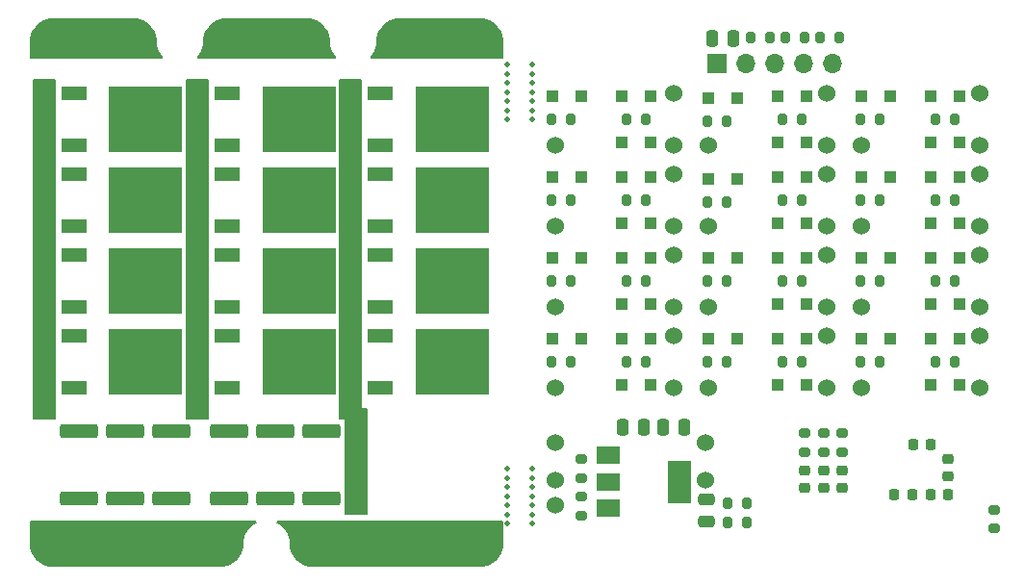
<source format=gbr>
%TF.GenerationSoftware,KiCad,Pcbnew,6.0.9-1.fc36*%
%TF.CreationDate,2022-11-17T16:55:00+00:00*%
%TF.ProjectId,esc,6573632e-6b69-4636-9164-5f7063625858,rev?*%
%TF.SameCoordinates,Original*%
%TF.FileFunction,Soldermask,Bot*%
%TF.FilePolarity,Negative*%
%FSLAX46Y46*%
G04 Gerber Fmt 4.6, Leading zero omitted, Abs format (unit mm)*
G04 Created by KiCad (PCBNEW 6.0.9-1.fc36) date 2022-11-17 16:55:00*
%MOMM*%
%LPD*%
G01*
G04 APERTURE LIST*
G04 Aperture macros list*
%AMRoundRect*
0 Rectangle with rounded corners*
0 $1 Rounding radius*
0 $2 $3 $4 $5 $6 $7 $8 $9 X,Y pos of 4 corners*
0 Add a 4 corners polygon primitive as box body*
4,1,4,$2,$3,$4,$5,$6,$7,$8,$9,$2,$3,0*
0 Add four circle primitives for the rounded corners*
1,1,$1+$1,$2,$3*
1,1,$1+$1,$4,$5*
1,1,$1+$1,$6,$7*
1,1,$1+$1,$8,$9*
0 Add four rect primitives between the rounded corners*
20,1,$1+$1,$2,$3,$4,$5,0*
20,1,$1+$1,$4,$5,$6,$7,0*
20,1,$1+$1,$6,$7,$8,$9,0*
20,1,$1+$1,$8,$9,$2,$3,0*%
G04 Aperture macros list end*
%ADD10C,1.524000*%
%ADD11R,1.700000X1.700000*%
%ADD12O,1.700000X1.700000*%
%ADD13C,0.500000*%
%ADD14RoundRect,0.200000X-0.200000X-0.275000X0.200000X-0.275000X0.200000X0.275000X-0.200000X0.275000X0*%
%ADD15R,2.200000X1.200000*%
%ADD16R,6.400000X5.800000*%
%ADD17R,1.000000X1.000000*%
%ADD18RoundRect,0.200000X0.275000X-0.200000X0.275000X0.200000X-0.275000X0.200000X-0.275000X-0.200000X0*%
%ADD19RoundRect,0.250000X-1.425000X0.362500X-1.425000X-0.362500X1.425000X-0.362500X1.425000X0.362500X0*%
%ADD20RoundRect,0.200000X-0.275000X0.200000X-0.275000X-0.200000X0.275000X-0.200000X0.275000X0.200000X0*%
%ADD21RoundRect,0.200000X0.200000X0.275000X-0.200000X0.275000X-0.200000X-0.275000X0.200000X-0.275000X0*%
%ADD22RoundRect,0.250000X-0.475000X0.250000X-0.475000X-0.250000X0.475000X-0.250000X0.475000X0.250000X0*%
%ADD23RoundRect,0.225000X-0.250000X0.225000X-0.250000X-0.225000X0.250000X-0.225000X0.250000X0.225000X0*%
%ADD24RoundRect,0.250000X-0.250000X-0.475000X0.250000X-0.475000X0.250000X0.475000X-0.250000X0.475000X0*%
%ADD25RoundRect,0.225000X-0.225000X-0.250000X0.225000X-0.250000X0.225000X0.250000X-0.225000X0.250000X0*%
%ADD26RoundRect,0.225000X0.250000X-0.225000X0.250000X0.225000X-0.250000X0.225000X-0.250000X-0.225000X0*%
%ADD27RoundRect,0.225000X0.225000X0.250000X-0.225000X0.250000X-0.225000X-0.250000X0.225000X-0.250000X0*%
%ADD28RoundRect,0.250000X0.250000X0.475000X-0.250000X0.475000X-0.250000X-0.475000X0.250000X-0.475000X0*%
%ADD29R,2.000000X1.500000*%
%ADD30R,2.000000X3.800000*%
G04 APERTURE END LIST*
D10*
%TO.C,J67*%
X135128000Y-104648000D03*
%TD*%
%TO.C,J62*%
X124714000Y-116332000D03*
%TD*%
%TO.C,J66*%
X135128000Y-109220000D03*
%TD*%
%TO.C,J18*%
X108204000Y-109220000D03*
%TD*%
%TO.C,J12*%
X108204000Y-116332000D03*
%TD*%
%TO.C,J42*%
X121666000Y-109220000D03*
%TD*%
%TO.C,J87*%
X110998000Y-124460000D03*
%TD*%
%TO.C,J36*%
X121666000Y-116332000D03*
%TD*%
D11*
%TO.C,J7*%
X112014000Y-87757000D03*
D12*
X114554000Y-87757000D03*
X117094000Y-87757000D03*
X119634000Y-87757000D03*
X122174000Y-87757000D03*
%TD*%
D10*
%TO.C,J48*%
X121666000Y-102108000D03*
%TD*%
D13*
%TO.C,REF\u002A\u002A*%
X95758000Y-89510000D03*
X95758000Y-87910000D03*
X95758000Y-92710000D03*
X95758000Y-90310000D03*
X95758000Y-91910000D03*
X95758000Y-91110000D03*
X95758000Y-88710000D03*
%TD*%
D10*
%TO.C,J20*%
X97790000Y-109220000D03*
%TD*%
%TO.C,J55*%
X121666000Y-90424000D03*
%TD*%
%TO.C,J44*%
X111252000Y-109220000D03*
%TD*%
%TO.C,J37*%
X121666000Y-111760000D03*
%TD*%
D13*
%TO.C,REF\u002A\u002A*%
X93599000Y-92710000D03*
X93599000Y-90310000D03*
X93599000Y-91910000D03*
X93599000Y-89510000D03*
X93599000Y-88710000D03*
X93599000Y-91110000D03*
X93599000Y-87910000D03*
%TD*%
D10*
%TO.C,J72*%
X135128000Y-102108000D03*
%TD*%
%TO.C,J25*%
X108204000Y-97536000D03*
%TD*%
%TO.C,J30*%
X108204000Y-94996000D03*
%TD*%
%TO.C,J19*%
X108204000Y-104648000D03*
%TD*%
%TO.C,J80*%
X124714000Y-94996000D03*
%TD*%
%TO.C,J68*%
X124714000Y-109220000D03*
%TD*%
%TO.C,J85*%
X97790000Y-124460000D03*
%TD*%
%TO.C,J14*%
X97790000Y-116332000D03*
%TD*%
%TO.C,J74*%
X124714000Y-102108000D03*
%TD*%
%TO.C,J73*%
X135128000Y-97536000D03*
%TD*%
%TO.C,J43*%
X121666000Y-104648000D03*
%TD*%
%TO.C,J24*%
X108204000Y-102108000D03*
%TD*%
%TO.C,J54*%
X121666000Y-94996000D03*
%TD*%
%TO.C,J78*%
X135128000Y-94996000D03*
%TD*%
%TO.C,J89*%
X97790000Y-126619000D03*
%TD*%
%TO.C,J86*%
X110998000Y-121158000D03*
%TD*%
%TO.C,J31*%
X108204000Y-90424000D03*
%TD*%
%TO.C,J56*%
X111252000Y-94996000D03*
%TD*%
D13*
%TO.C,REF\u002A\u002A*%
X95758000Y-127470000D03*
X95758000Y-126670000D03*
X95758000Y-128270000D03*
X95758000Y-124270000D03*
X95758000Y-125070000D03*
X95758000Y-125870000D03*
X95758000Y-123470000D03*
%TD*%
D10*
%TO.C,J79*%
X135128000Y-90424000D03*
%TD*%
%TO.C,J32*%
X97790000Y-94996000D03*
%TD*%
%TO.C,J13*%
X108204000Y-111760000D03*
%TD*%
%TO.C,J26*%
X97790000Y-102108000D03*
%TD*%
%TO.C,J50*%
X111252000Y-102108000D03*
%TD*%
D13*
%TO.C,REF\u002A\u002A*%
X93599000Y-127470000D03*
X93599000Y-125070000D03*
X93599000Y-126670000D03*
X93599000Y-123470000D03*
X93599000Y-128270000D03*
X93599000Y-124270000D03*
X93599000Y-125870000D03*
%TD*%
D10*
%TO.C,J38*%
X111252000Y-116332000D03*
%TD*%
%TO.C,J60*%
X135128000Y-116332000D03*
%TD*%
%TO.C,J84*%
X97790000Y-121158000D03*
%TD*%
%TO.C,J49*%
X121666000Y-97536000D03*
%TD*%
%TO.C,J61*%
X135128000Y-111760000D03*
%TD*%
D14*
%TO.C,R43*%
X117793000Y-106934000D03*
X119443000Y-106934000D03*
%TD*%
D15*
%TO.C,Q14*%
X68952000Y-116326000D03*
D16*
X75252000Y-114046000D03*
D15*
X68952000Y-111766000D03*
%TD*%
D17*
%TO.C,D18*%
X117368000Y-108966000D03*
X119868000Y-108966000D03*
%TD*%
%TO.C,D38*%
X127234000Y-90678000D03*
X124734000Y-90678000D03*
%TD*%
D18*
%TO.C,R26*%
X123063000Y-121983000D03*
X123063000Y-120333000D03*
%TD*%
D15*
%TO.C,Q24*%
X82414000Y-94990000D03*
D16*
X88714000Y-92710000D03*
D15*
X82414000Y-90430000D03*
%TD*%
%TO.C,Q2*%
X55422000Y-116326000D03*
D16*
X61722000Y-114046000D03*
D15*
X55422000Y-111766000D03*
%TD*%
D14*
%TO.C,R47*%
X117793000Y-92710000D03*
X119443000Y-92710000D03*
%TD*%
D17*
%TO.C,D21*%
X117368000Y-101854000D03*
X119868000Y-101854000D03*
%TD*%
D19*
%TO.C,R7*%
X77216000Y-120142000D03*
X77216000Y-126067000D03*
%TD*%
D20*
%TO.C,R1*%
X136398000Y-127064000D03*
X136398000Y-128714000D03*
%TD*%
D17*
%TO.C,D4*%
X103652000Y-112014000D03*
X106152000Y-112014000D03*
%TD*%
D18*
%TO.C,R25*%
X121412000Y-121983000D03*
X121412000Y-120333000D03*
%TD*%
D19*
%TO.C,R3*%
X59944000Y-120142000D03*
X59944000Y-126067000D03*
%TD*%
D17*
%TO.C,D5*%
X100056000Y-112014000D03*
X97556000Y-112014000D03*
%TD*%
D21*
%TO.C,R40*%
X99123000Y-92710000D03*
X97473000Y-92710000D03*
%TD*%
D17*
%TO.C,D31*%
X130830000Y-104902000D03*
X133330000Y-104902000D03*
%TD*%
%TO.C,D27*%
X130830000Y-116078000D03*
X133330000Y-116078000D03*
%TD*%
D19*
%TO.C,R4*%
X64008000Y-120142000D03*
X64008000Y-126067000D03*
%TD*%
D17*
%TO.C,D37*%
X130830000Y-90678000D03*
X133330000Y-90678000D03*
%TD*%
%TO.C,D7*%
X103652000Y-104902000D03*
X106152000Y-104902000D03*
%TD*%
D21*
%TO.C,R42*%
X112839000Y-114046000D03*
X111189000Y-114046000D03*
%TD*%
D14*
%TO.C,R45*%
X117793000Y-99822000D03*
X119443000Y-99822000D03*
%TD*%
D17*
%TO.C,D20*%
X113772000Y-104902000D03*
X111272000Y-104902000D03*
%TD*%
D15*
%TO.C,Q18*%
X82414000Y-116326000D03*
D16*
X88714000Y-114046000D03*
D15*
X82414000Y-111766000D03*
%TD*%
%TO.C,Q4*%
X55422000Y-109216000D03*
D16*
X61722000Y-106936000D03*
D15*
X55422000Y-104656000D03*
%TD*%
D17*
%TO.C,D32*%
X127234000Y-104902000D03*
X124734000Y-104902000D03*
%TD*%
D21*
%TO.C,R52*%
X126301000Y-106934000D03*
X124651000Y-106934000D03*
%TD*%
D22*
%TO.C,C17*%
X111125000Y-126177000D03*
X111125000Y-128077000D03*
%TD*%
D17*
%TO.C,D14*%
X100056000Y-90678000D03*
X97556000Y-90678000D03*
%TD*%
%TO.C,D33*%
X130830000Y-101854000D03*
X133330000Y-101854000D03*
%TD*%
D18*
%TO.C,R24*%
X119761000Y-121983000D03*
X119761000Y-120333000D03*
%TD*%
D20*
%TO.C,R20*%
X100101000Y-125921000D03*
X100101000Y-127571000D03*
%TD*%
D14*
%TO.C,R51*%
X131255000Y-106934000D03*
X132905000Y-106934000D03*
%TD*%
D23*
%TO.C,C21*%
X123063000Y-123558000D03*
X123063000Y-125108000D03*
%TD*%
D15*
%TO.C,Q6*%
X55422000Y-102103000D03*
D16*
X61722000Y-99823000D03*
D15*
X55422000Y-97543000D03*
%TD*%
D17*
%TO.C,D6*%
X103652000Y-108966000D03*
X106152000Y-108966000D03*
%TD*%
D21*
%TO.C,R36*%
X99123000Y-106934000D03*
X97473000Y-106934000D03*
%TD*%
D17*
%TO.C,D22*%
X117368000Y-97790000D03*
X119868000Y-97790000D03*
%TD*%
D24*
%TO.C,C15*%
X103723000Y-119761000D03*
X105623000Y-119761000D03*
%TD*%
D21*
%TO.C,R29*%
X122745000Y-85471000D03*
X121095000Y-85471000D03*
%TD*%
D15*
%TO.C,Q22*%
X82414000Y-102103000D03*
D16*
X88714000Y-99823000D03*
D15*
X82414000Y-97543000D03*
%TD*%
D21*
%TO.C,R34*%
X99123000Y-114046000D03*
X97473000Y-114046000D03*
%TD*%
%TO.C,R50*%
X126301000Y-114046000D03*
X124651000Y-114046000D03*
%TD*%
%TO.C,R28*%
X119697000Y-85471000D03*
X118047000Y-85471000D03*
%TD*%
D17*
%TO.C,D12*%
X103652000Y-94742000D03*
X106152000Y-94742000D03*
%TD*%
D25*
%TO.C,C6*%
X127622000Y-125730000D03*
X129172000Y-125730000D03*
%TD*%
D21*
%TO.C,R60*%
X114617000Y-126492000D03*
X112967000Y-126492000D03*
%TD*%
%TO.C,R61*%
X114617000Y-128143000D03*
X112967000Y-128143000D03*
%TD*%
D17*
%TO.C,D9*%
X103652000Y-101854000D03*
X106152000Y-101854000D03*
%TD*%
D24*
%TO.C,C22*%
X111572000Y-85598000D03*
X113472000Y-85598000D03*
%TD*%
D21*
%TO.C,R38*%
X99123000Y-99822000D03*
X97473000Y-99822000D03*
%TD*%
D15*
%TO.C,Q16*%
X68952000Y-94990000D03*
D16*
X75252000Y-92710000D03*
D15*
X68952000Y-90430000D03*
%TD*%
%TO.C,Q10*%
X68952000Y-102103000D03*
D16*
X75252000Y-99823000D03*
D15*
X68952000Y-97543000D03*
%TD*%
D17*
%TO.C,D26*%
X113772000Y-90805000D03*
X111272000Y-90805000D03*
%TD*%
D26*
%TO.C,C1*%
X132334000Y-124092000D03*
X132334000Y-122542000D03*
%TD*%
D21*
%TO.C,R54*%
X126301000Y-99822000D03*
X124651000Y-99822000D03*
%TD*%
D17*
%TO.C,D29*%
X127234000Y-112014000D03*
X124734000Y-112014000D03*
%TD*%
%TO.C,D25*%
X117368000Y-90678000D03*
X119868000Y-90678000D03*
%TD*%
%TO.C,D13*%
X103652000Y-90678000D03*
X106152000Y-90678000D03*
%TD*%
D27*
%TO.C,C4*%
X132347000Y-125730000D03*
X130797000Y-125730000D03*
%TD*%
D17*
%TO.C,D16*%
X117368000Y-112014000D03*
X119868000Y-112014000D03*
%TD*%
%TO.C,D19*%
X117368000Y-104902000D03*
X119868000Y-104902000D03*
%TD*%
D28*
%TO.C,C16*%
X109179000Y-119761000D03*
X107279000Y-119761000D03*
%TD*%
D17*
%TO.C,D28*%
X130830000Y-112014000D03*
X133330000Y-112014000D03*
%TD*%
D29*
%TO.C,U4*%
X102412000Y-126887000D03*
X102412000Y-124587000D03*
D30*
X108712000Y-124587000D03*
D29*
X102412000Y-122287000D03*
%TD*%
D20*
%TO.C,R21*%
X100101000Y-122619000D03*
X100101000Y-124269000D03*
%TD*%
D14*
%TO.C,R37*%
X104077000Y-99822000D03*
X105727000Y-99822000D03*
%TD*%
D17*
%TO.C,D8*%
X100056000Y-104902000D03*
X97556000Y-104902000D03*
%TD*%
%TO.C,D34*%
X130830000Y-97790000D03*
X133330000Y-97790000D03*
%TD*%
%TO.C,D10*%
X103652000Y-97790000D03*
X106152000Y-97790000D03*
%TD*%
D14*
%TO.C,R49*%
X131255000Y-114046000D03*
X132905000Y-114046000D03*
%TD*%
D19*
%TO.C,R6*%
X73152000Y-120142000D03*
X73152000Y-126067000D03*
%TD*%
D17*
%TO.C,D24*%
X117368000Y-94742000D03*
X119868000Y-94742000D03*
%TD*%
D14*
%TO.C,R35*%
X104077000Y-106934000D03*
X105727000Y-106934000D03*
%TD*%
D17*
%TO.C,D36*%
X130830000Y-94742000D03*
X133330000Y-94742000D03*
%TD*%
D23*
%TO.C,C19*%
X119761000Y-123558000D03*
X119761000Y-125108000D03*
%TD*%
D21*
%TO.C,R48*%
X112839000Y-92837000D03*
X111189000Y-92837000D03*
%TD*%
D15*
%TO.C,Q8*%
X55422000Y-94990000D03*
D16*
X61722000Y-92710000D03*
D15*
X55422000Y-90430000D03*
%TD*%
D17*
%TO.C,D11*%
X100056000Y-97790000D03*
X97556000Y-97790000D03*
%TD*%
D21*
%TO.C,R46*%
X112839000Y-99949000D03*
X111189000Y-99949000D03*
%TD*%
%TO.C,R27*%
X116649000Y-85471000D03*
X114999000Y-85471000D03*
%TD*%
D14*
%TO.C,R55*%
X131255000Y-92710000D03*
X132905000Y-92710000D03*
%TD*%
D15*
%TO.C,Q20*%
X82414000Y-109216000D03*
D16*
X88714000Y-106936000D03*
D15*
X82414000Y-104656000D03*
%TD*%
D21*
%TO.C,R56*%
X126301000Y-92710000D03*
X124651000Y-92710000D03*
%TD*%
D17*
%TO.C,D23*%
X113772000Y-97917000D03*
X111272000Y-97917000D03*
%TD*%
%TO.C,D3*%
X103652000Y-116078000D03*
X106152000Y-116078000D03*
%TD*%
%TO.C,D17*%
X113772000Y-112014000D03*
X111272000Y-112014000D03*
%TD*%
D14*
%TO.C,R41*%
X117793000Y-114046000D03*
X119443000Y-114046000D03*
%TD*%
D17*
%TO.C,D35*%
X127234000Y-97790000D03*
X124734000Y-97790000D03*
%TD*%
D19*
%TO.C,R5*%
X69088000Y-120142000D03*
X69088000Y-126067000D03*
%TD*%
D17*
%TO.C,D15*%
X117368000Y-116078000D03*
X119868000Y-116078000D03*
%TD*%
%TO.C,D30*%
X130830000Y-108966000D03*
X133330000Y-108966000D03*
%TD*%
D14*
%TO.C,R33*%
X104077000Y-114046000D03*
X105727000Y-114046000D03*
%TD*%
D15*
%TO.C,Q12*%
X68952000Y-109216000D03*
D16*
X75252000Y-106936000D03*
D15*
X68952000Y-104656000D03*
%TD*%
D27*
%TO.C,C3*%
X130823000Y-121285000D03*
X129273000Y-121285000D03*
%TD*%
D14*
%TO.C,R53*%
X131255000Y-99822000D03*
X132905000Y-99822000D03*
%TD*%
D21*
%TO.C,R44*%
X112839000Y-106934000D03*
X111189000Y-106934000D03*
%TD*%
D19*
%TO.C,R2*%
X55880000Y-120142000D03*
X55880000Y-126067000D03*
%TD*%
D14*
%TO.C,R39*%
X104077000Y-92710000D03*
X105727000Y-92710000D03*
%TD*%
D23*
%TO.C,C20*%
X121412000Y-123558000D03*
X121412000Y-125108000D03*
%TD*%
G36*
X91190488Y-83820321D02*
G01*
X91466193Y-83840040D01*
X91483987Y-83842598D01*
X91749674Y-83900394D01*
X91766924Y-83905459D01*
X92021682Y-84000479D01*
X92038035Y-84007948D01*
X92276675Y-84138256D01*
X92291798Y-84147975D01*
X92509466Y-84310919D01*
X92523052Y-84322692D01*
X92715308Y-84514948D01*
X92727081Y-84528534D01*
X92890025Y-84746202D01*
X92899744Y-84761325D01*
X93030052Y-84999965D01*
X93037521Y-85016318D01*
X93132541Y-85271076D01*
X93137606Y-85288326D01*
X93195402Y-85554013D01*
X93197960Y-85571807D01*
X93217679Y-85847512D01*
X93218000Y-85856501D01*
X93218000Y-87250000D01*
X93197998Y-87318121D01*
X93144342Y-87364614D01*
X93092000Y-87376000D01*
X81652679Y-87376000D01*
X81584558Y-87355998D01*
X81538065Y-87302342D01*
X81527961Y-87232068D01*
X81551811Y-87174491D01*
X81716726Y-86954190D01*
X81721586Y-86946628D01*
X81856217Y-86700070D01*
X81859943Y-86691911D01*
X81958121Y-86428689D01*
X81960645Y-86420092D01*
X82020361Y-86145578D01*
X82021638Y-86136696D01*
X82062040Y-85571807D01*
X82064598Y-85554013D01*
X82122394Y-85288326D01*
X82127459Y-85271076D01*
X82222479Y-85016318D01*
X82229948Y-84999965D01*
X82360256Y-84761325D01*
X82369975Y-84746202D01*
X82532919Y-84528534D01*
X82544692Y-84514948D01*
X82736948Y-84322692D01*
X82750534Y-84310919D01*
X82968202Y-84147975D01*
X82983325Y-84138256D01*
X83221965Y-84007948D01*
X83238318Y-84000479D01*
X83493076Y-83905459D01*
X83510326Y-83900394D01*
X83776013Y-83842598D01*
X83793807Y-83840040D01*
X84069512Y-83820321D01*
X84078501Y-83820000D01*
X91181499Y-83820000D01*
X91190488Y-83820321D01*
G37*
G36*
X60710488Y-83820321D02*
G01*
X60986193Y-83840040D01*
X61003987Y-83842598D01*
X61269674Y-83900394D01*
X61286924Y-83905459D01*
X61541682Y-84000479D01*
X61558035Y-84007948D01*
X61796675Y-84138256D01*
X61811798Y-84147975D01*
X62029466Y-84310919D01*
X62043052Y-84322692D01*
X62235308Y-84514948D01*
X62247081Y-84528534D01*
X62410025Y-84746202D01*
X62419744Y-84761325D01*
X62550052Y-84999965D01*
X62557521Y-85016318D01*
X62652541Y-85271076D01*
X62657606Y-85288326D01*
X62715402Y-85554013D01*
X62717960Y-85571807D01*
X62758362Y-86136696D01*
X62759639Y-86145578D01*
X62819355Y-86420092D01*
X62821879Y-86428689D01*
X62920057Y-86691911D01*
X62923783Y-86700070D01*
X63058414Y-86946628D01*
X63063274Y-86954190D01*
X63228189Y-87174491D01*
X63253000Y-87241011D01*
X63237909Y-87310385D01*
X63187706Y-87360588D01*
X63127321Y-87376000D01*
X51688000Y-87376000D01*
X51619879Y-87355998D01*
X51573386Y-87302342D01*
X51562000Y-87250000D01*
X51562000Y-85856501D01*
X51562321Y-85847512D01*
X51582040Y-85571807D01*
X51584598Y-85554013D01*
X51642394Y-85288326D01*
X51647459Y-85271076D01*
X51742479Y-85016318D01*
X51749948Y-84999965D01*
X51880256Y-84761325D01*
X51889975Y-84746202D01*
X52052919Y-84528534D01*
X52064692Y-84514948D01*
X52256948Y-84322692D01*
X52270534Y-84310919D01*
X52488202Y-84147975D01*
X52503325Y-84138256D01*
X52741965Y-84007948D01*
X52758318Y-84000479D01*
X53013076Y-83905459D01*
X53030326Y-83900394D01*
X53296013Y-83842598D01*
X53313807Y-83840040D01*
X53589512Y-83820321D01*
X53598501Y-83820000D01*
X60701499Y-83820000D01*
X60710488Y-83820321D01*
G37*
G36*
X75950488Y-83820321D02*
G01*
X76226193Y-83840040D01*
X76243987Y-83842598D01*
X76509674Y-83900394D01*
X76526924Y-83905459D01*
X76781682Y-84000479D01*
X76798035Y-84007948D01*
X77036675Y-84138256D01*
X77051798Y-84147975D01*
X77269466Y-84310919D01*
X77283052Y-84322692D01*
X77475308Y-84514948D01*
X77487081Y-84528534D01*
X77650025Y-84746202D01*
X77659744Y-84761325D01*
X77790052Y-84999965D01*
X77797521Y-85016318D01*
X77892541Y-85271076D01*
X77897606Y-85288326D01*
X77955402Y-85554013D01*
X77957960Y-85571807D01*
X77998362Y-86136696D01*
X77999639Y-86145578D01*
X78059355Y-86420092D01*
X78061879Y-86428689D01*
X78160057Y-86691911D01*
X78163783Y-86700070D01*
X78298414Y-86946628D01*
X78303274Y-86954190D01*
X78468189Y-87174491D01*
X78493000Y-87241011D01*
X78477909Y-87310385D01*
X78427706Y-87360588D01*
X78367321Y-87376000D01*
X66412679Y-87376000D01*
X66344558Y-87355998D01*
X66298065Y-87302342D01*
X66287961Y-87232068D01*
X66311811Y-87174491D01*
X66476726Y-86954190D01*
X66481586Y-86946628D01*
X66616217Y-86700070D01*
X66619943Y-86691911D01*
X66718121Y-86428689D01*
X66720645Y-86420092D01*
X66780361Y-86145578D01*
X66781638Y-86136696D01*
X66822040Y-85571807D01*
X66824598Y-85554013D01*
X66882394Y-85288326D01*
X66887459Y-85271076D01*
X66982479Y-85016318D01*
X66989948Y-84999965D01*
X67120256Y-84761325D01*
X67129975Y-84746202D01*
X67292919Y-84528534D01*
X67304692Y-84514948D01*
X67496948Y-84322692D01*
X67510534Y-84310919D01*
X67728202Y-84147975D01*
X67743325Y-84138256D01*
X67981965Y-84007948D01*
X67998318Y-84000479D01*
X68253076Y-83905459D01*
X68270326Y-83900394D01*
X68536013Y-83842598D01*
X68553807Y-83840040D01*
X68829512Y-83820321D01*
X68838501Y-83820000D01*
X75941499Y-83820000D01*
X75950488Y-83820321D01*
G37*
G36*
X71456624Y-128036002D02*
G01*
X71503117Y-128089658D01*
X71513221Y-128159932D01*
X71483727Y-128224512D01*
X71448888Y-128252588D01*
X71295372Y-128336414D01*
X71287810Y-128341274D01*
X71062926Y-128509619D01*
X71056138Y-128515502D01*
X70857502Y-128714138D01*
X70851619Y-128720926D01*
X70683274Y-128945810D01*
X70678414Y-128953372D01*
X70543783Y-129199930D01*
X70540057Y-129208089D01*
X70441879Y-129471311D01*
X70439355Y-129479908D01*
X70379639Y-129754422D01*
X70378362Y-129763304D01*
X70337960Y-130328193D01*
X70335402Y-130345987D01*
X70277606Y-130611674D01*
X70272541Y-130628924D01*
X70177521Y-130883682D01*
X70170052Y-130900035D01*
X70039744Y-131138675D01*
X70030025Y-131153798D01*
X69867081Y-131371466D01*
X69855308Y-131385052D01*
X69663052Y-131577308D01*
X69649466Y-131589081D01*
X69431798Y-131752025D01*
X69416675Y-131761744D01*
X69178035Y-131892052D01*
X69161682Y-131899521D01*
X68906924Y-131994541D01*
X68889674Y-131999606D01*
X68623987Y-132057402D01*
X68606193Y-132059960D01*
X68330488Y-132079679D01*
X68321499Y-132080000D01*
X53598501Y-132080000D01*
X53589512Y-132079679D01*
X53313807Y-132059960D01*
X53296013Y-132057402D01*
X53030326Y-131999606D01*
X53013076Y-131994541D01*
X52758318Y-131899521D01*
X52741965Y-131892052D01*
X52503325Y-131761744D01*
X52488202Y-131752025D01*
X52270534Y-131589081D01*
X52256948Y-131577308D01*
X52064692Y-131385052D01*
X52052919Y-131371466D01*
X51889975Y-131153798D01*
X51880256Y-131138675D01*
X51749948Y-130900035D01*
X51742479Y-130883682D01*
X51647459Y-130628924D01*
X51642394Y-130611674D01*
X51584598Y-130345987D01*
X51582040Y-130328193D01*
X51562321Y-130052488D01*
X51562000Y-130043499D01*
X51562000Y-128142000D01*
X51582002Y-128073879D01*
X51635658Y-128027386D01*
X51688000Y-128016000D01*
X71388503Y-128016000D01*
X71456624Y-128036002D01*
G37*
G36*
X93160121Y-128036002D02*
G01*
X93206614Y-128089658D01*
X93218000Y-128142000D01*
X93218000Y-130043499D01*
X93217679Y-130052488D01*
X93197960Y-130328193D01*
X93195402Y-130345987D01*
X93137606Y-130611674D01*
X93132541Y-130628924D01*
X93037521Y-130883682D01*
X93030052Y-130900035D01*
X92899744Y-131138675D01*
X92890025Y-131153798D01*
X92727081Y-131371466D01*
X92715308Y-131385052D01*
X92523052Y-131577308D01*
X92509466Y-131589081D01*
X92291798Y-131752025D01*
X92276675Y-131761744D01*
X92038035Y-131892052D01*
X92021682Y-131899521D01*
X91766924Y-131994541D01*
X91749674Y-131999606D01*
X91483987Y-132057402D01*
X91466193Y-132059960D01*
X91190488Y-132079679D01*
X91181499Y-132080000D01*
X76458501Y-132080000D01*
X76449512Y-132079679D01*
X76173807Y-132059960D01*
X76156013Y-132057402D01*
X75890326Y-131999606D01*
X75873076Y-131994541D01*
X75618318Y-131899521D01*
X75601965Y-131892052D01*
X75363325Y-131761744D01*
X75348202Y-131752025D01*
X75130534Y-131589081D01*
X75116948Y-131577308D01*
X74924692Y-131385052D01*
X74912919Y-131371466D01*
X74749975Y-131153798D01*
X74740256Y-131138675D01*
X74609948Y-130900035D01*
X74602479Y-130883682D01*
X74507459Y-130628924D01*
X74502394Y-130611674D01*
X74444598Y-130345987D01*
X74442040Y-130328193D01*
X74401638Y-129763304D01*
X74400361Y-129754422D01*
X74340645Y-129479908D01*
X74338121Y-129471311D01*
X74239943Y-129208089D01*
X74236217Y-129199930D01*
X74101586Y-128953372D01*
X74096726Y-128945810D01*
X73928381Y-128720926D01*
X73922498Y-128714138D01*
X73723862Y-128515502D01*
X73717074Y-128509619D01*
X73492190Y-128341274D01*
X73484628Y-128336414D01*
X73331112Y-128252588D01*
X73280909Y-128202385D01*
X73265818Y-128133011D01*
X73290629Y-128066491D01*
X73347464Y-128023944D01*
X73391497Y-128016000D01*
X93092000Y-128016000D01*
X93160121Y-128036002D01*
G37*
G36*
X53790121Y-89174002D02*
G01*
X53836614Y-89227658D01*
X53848000Y-89280000D01*
X53848000Y-119000000D01*
X53827998Y-119068121D01*
X53774342Y-119114614D01*
X53722000Y-119126000D01*
X51942000Y-119126000D01*
X51873879Y-119105998D01*
X51827386Y-119052342D01*
X51816000Y-119000000D01*
X51816000Y-89280000D01*
X51836002Y-89211879D01*
X51889658Y-89165386D01*
X51942000Y-89154000D01*
X53722000Y-89154000D01*
X53790121Y-89174002D01*
G37*
G36*
X80714121Y-89174002D02*
G01*
X80760614Y-89227658D01*
X80772000Y-89280000D01*
X80772000Y-118091885D01*
X80776475Y-118107124D01*
X80777865Y-118108329D01*
X80785548Y-118110000D01*
X81154000Y-118110000D01*
X81222121Y-118130002D01*
X81268614Y-118183658D01*
X81280000Y-118236000D01*
X81280000Y-127382000D01*
X81259998Y-127450121D01*
X81206342Y-127496614D01*
X81154000Y-127508000D01*
X79374000Y-127508000D01*
X79305879Y-127487998D01*
X79259386Y-127434342D01*
X79248000Y-127382000D01*
X79248000Y-119144115D01*
X79243525Y-119128876D01*
X79242135Y-119127671D01*
X79234452Y-119126000D01*
X78866000Y-119126000D01*
X78797879Y-119105998D01*
X78751386Y-119052342D01*
X78740000Y-119000000D01*
X78740000Y-89280000D01*
X78760002Y-89211879D01*
X78813658Y-89165386D01*
X78866000Y-89154000D01*
X80646000Y-89154000D01*
X80714121Y-89174002D01*
G37*
G36*
X67252121Y-89174002D02*
G01*
X67298614Y-89227658D01*
X67310000Y-89280000D01*
X67310000Y-119000000D01*
X67289998Y-119068121D01*
X67236342Y-119114614D01*
X67184000Y-119126000D01*
X65404000Y-119126000D01*
X65335879Y-119105998D01*
X65289386Y-119052342D01*
X65278000Y-119000000D01*
X65278000Y-89280000D01*
X65298002Y-89211879D01*
X65351658Y-89165386D01*
X65404000Y-89154000D01*
X67184000Y-89154000D01*
X67252121Y-89174002D01*
G37*
M02*

</source>
